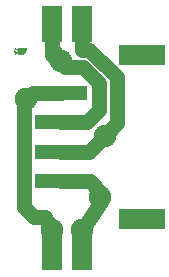
<source format=gtl>
G04 DipTrace 2.4.0.2*
%IN4P-RGB-Strip.gtl*%
%MOMM*%
%ADD13C,1.25*%
%ADD16R,4.5X1.3*%
%ADD17R,3.9X1.8*%
%ADD18R,1.7X1.6*%
%ADD19R,1.7X2.032*%
%ADD21C,1.905*%
%FSLAX53Y53*%
G04*
G71*
G90*
G75*
G01*
%LNTop*%
%LPD*%
X16350Y12433D2*
D13*
X17958Y14745D1*
Y15543D1*
X16964Y16537D1*
X14572D1*
X17866Y15225D2*
X17958Y14745D1*
X16350Y11270D2*
Y12433D1*
Y10000D1*
X13810Y12435D2*
X13170Y13509D1*
X12255D1*
X11441Y14323D1*
Y23341D1*
X12137Y24037D1*
X14572D1*
X11605Y23482D2*
X11441Y23341D1*
X13810Y10000D2*
Y11270D1*
Y12435D1*
Y30320D2*
Y27841D1*
Y27257D1*
X14853Y26214D1*
X16416D1*
X17776Y24854D1*
Y22572D1*
X16741Y21537D1*
X14572D1*
X14516Y26674D2*
X13810Y27841D1*
X16350Y30320D2*
Y27684D1*
X16942D1*
X19288Y25338D1*
Y21433D1*
X18230Y20375D1*
X16892Y19037D1*
X14572D1*
X18229Y20376D2*
X18230Y20375D1*
D21*
X16350Y12433D3*
D3*
D3*
X13810Y12435D3*
X14516Y26674D3*
X18229Y20376D3*
X17866Y15225D3*
X11605Y23482D3*
D16*
X14572Y16537D3*
Y19037D3*
Y21537D3*
Y24037D3*
D17*
X21372Y13337D3*
Y27237D3*
D18*
X13810Y11270D3*
X16350D3*
D19*
X13810Y10000D3*
X16350D3*
D18*
X13810Y29050D3*
X16350D3*
D19*
X13810Y30320D3*
X16350D3*
G36*
X11667Y27832D2*
X11638Y27642D1*
X11578Y27494D1*
X11502Y27400D1*
X11426Y27324D1*
X11313Y27261D1*
X11248Y27235D1*
X11153Y27215D1*
X11102Y27205D1*
X11019Y27200D1*
X10955Y27223D1*
X10917Y27261D1*
X10891Y27286D1*
X10827Y27299D1*
X10802Y27294D1*
X10751Y27279D1*
X10724Y27248D1*
X10625Y27330D1*
X10675Y27406D1*
Y27424D1*
X10586Y27460D1*
X10574Y27515D1*
X10564Y27616D1*
X10816Y27510D1*
X10848D1*
X10891Y27517D1*
X10901Y27540D1*
X10881Y27591D1*
X10765Y27654D1*
X10594Y27725D1*
X10619Y27776D1*
X10683Y27830D1*
X10873Y27756D1*
X10867Y27794D1*
Y27832D1*
X11667D1*
G37*
M02*

</source>
